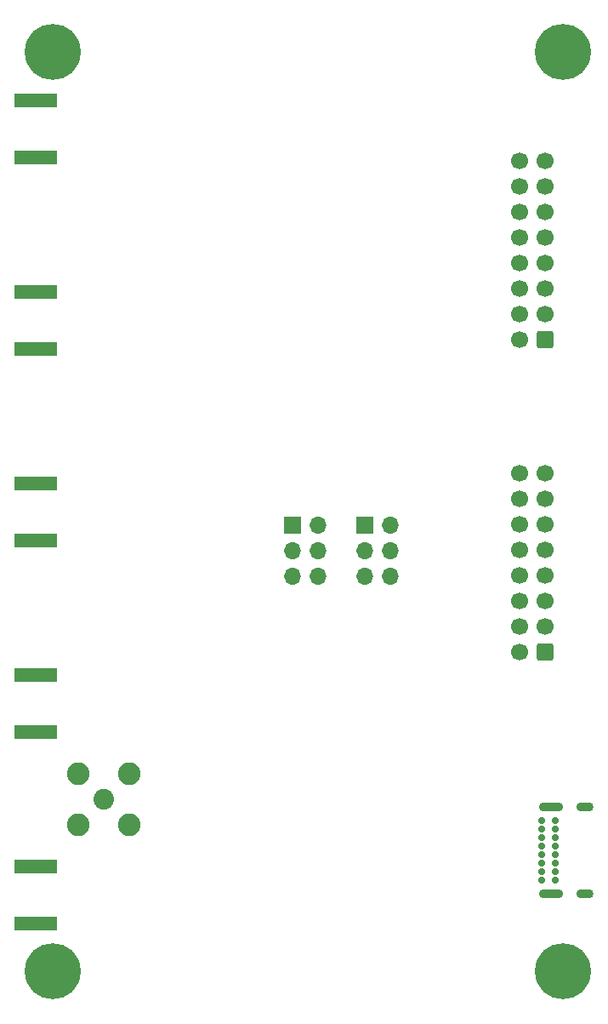
<source format=gbr>
%TF.GenerationSoftware,KiCad,Pcbnew,8.0.1*%
%TF.CreationDate,2024-04-20T11:28:48-04:00*%
%TF.ProjectId,Bridge_Controller,42726964-6765-45f4-936f-6e74726f6c6c,v1.0*%
%TF.SameCoordinates,Original*%
%TF.FileFunction,Soldermask,Bot*%
%TF.FilePolarity,Negative*%
%FSLAX46Y46*%
G04 Gerber Fmt 4.6, Leading zero omitted, Abs format (unit mm)*
G04 Created by KiCad (PCBNEW 8.0.1) date 2024-04-20 11:28:48*
%MOMM*%
%LPD*%
G01*
G04 APERTURE LIST*
G04 Aperture macros list*
%AMRoundRect*
0 Rectangle with rounded corners*
0 $1 Rounding radius*
0 $2 $3 $4 $5 $6 $7 $8 $9 X,Y pos of 4 corners*
0 Add a 4 corners polygon primitive as box body*
4,1,4,$2,$3,$4,$5,$6,$7,$8,$9,$2,$3,0*
0 Add four circle primitives for the rounded corners*
1,1,$1+$1,$2,$3*
1,1,$1+$1,$4,$5*
1,1,$1+$1,$6,$7*
1,1,$1+$1,$8,$9*
0 Add four rect primitives between the rounded corners*
20,1,$1+$1,$2,$3,$4,$5,0*
20,1,$1+$1,$4,$5,$6,$7,0*
20,1,$1+$1,$6,$7,$8,$9,0*
20,1,$1+$1,$8,$9,$2,$3,0*%
G04 Aperture macros list end*
%ADD10R,4.200000X1.350000*%
%ADD11R,1.700000X1.700000*%
%ADD12O,1.700000X1.700000*%
%ADD13RoundRect,0.250000X0.600000X0.600000X-0.600000X0.600000X-0.600000X-0.600000X0.600000X-0.600000X0*%
%ADD14C,1.700000*%
%ADD15C,5.562600*%
%ADD16C,0.700000*%
%ADD17O,2.400000X0.900000*%
%ADD18O,1.700000X0.900000*%
%ADD19C,2.050000*%
%ADD20C,2.250000*%
G04 APERTURE END LIST*
D10*
%TO.C,J8*%
X24982500Y-60675000D03*
X24982500Y-66325000D03*
%TD*%
D11*
%TO.C,J1*%
X57780000Y-64785000D03*
D12*
X60320000Y-64785000D03*
X57780000Y-67325000D03*
X60320000Y-67325000D03*
X57780000Y-69865000D03*
X60320000Y-69865000D03*
%TD*%
D10*
%TO.C,J11*%
X24982500Y-41625000D03*
X24982500Y-47275000D03*
%TD*%
D13*
%TO.C,J2*%
X75682500Y-46355000D03*
D14*
X73142500Y-46355000D03*
X75682500Y-43815000D03*
X73142500Y-43815000D03*
X75682500Y-41275000D03*
X73142500Y-41275000D03*
X75682500Y-38735000D03*
X73142500Y-38735000D03*
X75682500Y-36195000D03*
X73142500Y-36195000D03*
X75682500Y-33655000D03*
X73142500Y-33655000D03*
X75682500Y-31115000D03*
X73142500Y-31115000D03*
X75682500Y-28575000D03*
X73142500Y-28575000D03*
%TD*%
D11*
%TO.C,J4*%
X50541000Y-64785000D03*
D12*
X53081000Y-64785000D03*
X50541000Y-67325000D03*
X53081000Y-67325000D03*
X50541000Y-69865000D03*
X53081000Y-69865000D03*
%TD*%
D10*
%TO.C,J7*%
X24982500Y-98775000D03*
X24982500Y-104425000D03*
%TD*%
D15*
%TO.C,H1*%
X26670000Y-17780000D03*
%TD*%
%TO.C,H2*%
X26670000Y-109220000D03*
%TD*%
%TO.C,H3*%
X77470000Y-17780000D03*
%TD*%
D16*
%TO.C,J5*%
X75350000Y-100130000D03*
X75350000Y-99280000D03*
X75350000Y-98430000D03*
X75350000Y-97580000D03*
X75350000Y-96730000D03*
X75350000Y-95880000D03*
X75350000Y-95030000D03*
X75350000Y-94180000D03*
X76700000Y-94180000D03*
X76700000Y-95030000D03*
X76700000Y-95880000D03*
X76700000Y-96730000D03*
X76700000Y-97580000D03*
X76700000Y-98430000D03*
X76700000Y-99280000D03*
X76700000Y-100130000D03*
D17*
X76330000Y-101480000D03*
D18*
X79710000Y-101480000D03*
D17*
X76330000Y-92830000D03*
D18*
X79710000Y-92830000D03*
%TD*%
D10*
%TO.C,J9*%
X24982500Y-79725000D03*
X24982500Y-85375000D03*
%TD*%
D13*
%TO.C,J3*%
X75682500Y-77470000D03*
D14*
X73142500Y-77470000D03*
X75682500Y-74930000D03*
X73142500Y-74930000D03*
X75682500Y-72390000D03*
X73142500Y-72390000D03*
X75682500Y-69850000D03*
X73142500Y-69850000D03*
X75682500Y-67310000D03*
X73142500Y-67310000D03*
X75682500Y-64770000D03*
X73142500Y-64770000D03*
X75682500Y-62230000D03*
X73142500Y-62230000D03*
X75682500Y-59690000D03*
X73142500Y-59690000D03*
%TD*%
D10*
%TO.C,J10*%
X24982500Y-22575000D03*
X24982500Y-28225000D03*
%TD*%
D19*
%TO.C,J6*%
X31750000Y-92075000D03*
D20*
X34290000Y-89535000D03*
X29210000Y-89535000D03*
X34290000Y-94615000D03*
X29210000Y-94615000D03*
%TD*%
D15*
%TO.C,H4*%
X77470000Y-109220000D03*
%TD*%
M02*

</source>
